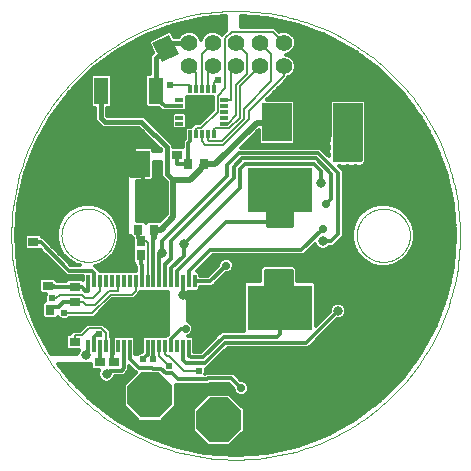
<source format=gbl>
G75*
%MOIN*%
%OFA0B0*%
%FSLAX25Y25*%
%IPPOS*%
%LPD*%
%AMOC8*
5,1,8,0,0,1.08239X$1,22.5*
%
%ADD10C,0.00000*%
%ADD11C,0.00039*%
%ADD12R,0.01240X0.04331*%
%ADD13R,0.18701X0.10827*%
%ADD14R,0.21654X0.15157*%
%ADD15R,0.02913X0.03642*%
%ADD16R,0.03543X0.02756*%
%ADD17R,0.03642X0.02913*%
%ADD18R,0.09843X0.12795*%
%ADD19R,0.02756X0.03543*%
%ADD20R,0.03937X0.03937*%
%ADD21R,0.02559X0.01181*%
%ADD22R,0.01181X0.02559*%
%ADD23R,0.06299X0.07087*%
%ADD24OC8,0.15000*%
%ADD25R,0.04000X0.04000*%
%ADD26R,0.04800X0.08800*%
%ADD27R,0.14173X0.08661*%
%ADD28C,0.05543*%
%ADD29C,0.00600*%
%ADD30C,0.01200*%
%ADD31C,0.01181*%
%ADD32C,0.03150*%
%ADD33C,0.02400*%
%ADD34C,0.02775*%
%ADD35C,0.01575*%
%ADD36C,0.01969*%
%ADD37C,0.01600*%
D10*
X0031167Y0092072D02*
X0031170Y0092289D01*
X0031178Y0092507D01*
X0031191Y0092724D01*
X0031210Y0092940D01*
X0031234Y0093156D01*
X0031263Y0093372D01*
X0031297Y0093586D01*
X0031337Y0093800D01*
X0031382Y0094013D01*
X0031432Y0094224D01*
X0031488Y0094435D01*
X0031548Y0094643D01*
X0031614Y0094851D01*
X0031685Y0095056D01*
X0031761Y0095260D01*
X0031841Y0095462D01*
X0031927Y0095662D01*
X0032017Y0095859D01*
X0032113Y0096055D01*
X0032213Y0096248D01*
X0032318Y0096438D01*
X0032427Y0096626D01*
X0032541Y0096811D01*
X0032660Y0096993D01*
X0032783Y0097173D01*
X0032910Y0097349D01*
X0033042Y0097522D01*
X0033178Y0097691D01*
X0033318Y0097858D01*
X0033462Y0098021D01*
X0033610Y0098180D01*
X0033761Y0098336D01*
X0033917Y0098487D01*
X0034076Y0098635D01*
X0034239Y0098779D01*
X0034406Y0098919D01*
X0034575Y0099055D01*
X0034748Y0099187D01*
X0034924Y0099314D01*
X0035104Y0099437D01*
X0035286Y0099556D01*
X0035471Y0099670D01*
X0035659Y0099779D01*
X0035849Y0099884D01*
X0036042Y0099984D01*
X0036238Y0100080D01*
X0036435Y0100170D01*
X0036635Y0100256D01*
X0036837Y0100336D01*
X0037041Y0100412D01*
X0037246Y0100483D01*
X0037454Y0100549D01*
X0037662Y0100609D01*
X0037873Y0100665D01*
X0038084Y0100715D01*
X0038297Y0100760D01*
X0038511Y0100800D01*
X0038725Y0100834D01*
X0038941Y0100863D01*
X0039157Y0100887D01*
X0039373Y0100906D01*
X0039590Y0100919D01*
X0039808Y0100927D01*
X0040025Y0100930D01*
X0040242Y0100927D01*
X0040460Y0100919D01*
X0040677Y0100906D01*
X0040893Y0100887D01*
X0041109Y0100863D01*
X0041325Y0100834D01*
X0041539Y0100800D01*
X0041753Y0100760D01*
X0041966Y0100715D01*
X0042177Y0100665D01*
X0042388Y0100609D01*
X0042596Y0100549D01*
X0042804Y0100483D01*
X0043009Y0100412D01*
X0043213Y0100336D01*
X0043415Y0100256D01*
X0043615Y0100170D01*
X0043812Y0100080D01*
X0044008Y0099984D01*
X0044201Y0099884D01*
X0044391Y0099779D01*
X0044579Y0099670D01*
X0044764Y0099556D01*
X0044946Y0099437D01*
X0045126Y0099314D01*
X0045302Y0099187D01*
X0045475Y0099055D01*
X0045644Y0098919D01*
X0045811Y0098779D01*
X0045974Y0098635D01*
X0046133Y0098487D01*
X0046289Y0098336D01*
X0046440Y0098180D01*
X0046588Y0098021D01*
X0046732Y0097858D01*
X0046872Y0097691D01*
X0047008Y0097522D01*
X0047140Y0097349D01*
X0047267Y0097173D01*
X0047390Y0096993D01*
X0047509Y0096811D01*
X0047623Y0096626D01*
X0047732Y0096438D01*
X0047837Y0096248D01*
X0047937Y0096055D01*
X0048033Y0095859D01*
X0048123Y0095662D01*
X0048209Y0095462D01*
X0048289Y0095260D01*
X0048365Y0095056D01*
X0048436Y0094851D01*
X0048502Y0094643D01*
X0048562Y0094435D01*
X0048618Y0094224D01*
X0048668Y0094013D01*
X0048713Y0093800D01*
X0048753Y0093586D01*
X0048787Y0093372D01*
X0048816Y0093156D01*
X0048840Y0092940D01*
X0048859Y0092724D01*
X0048872Y0092507D01*
X0048880Y0092289D01*
X0048883Y0092072D01*
X0048880Y0091855D01*
X0048872Y0091637D01*
X0048859Y0091420D01*
X0048840Y0091204D01*
X0048816Y0090988D01*
X0048787Y0090772D01*
X0048753Y0090558D01*
X0048713Y0090344D01*
X0048668Y0090131D01*
X0048618Y0089920D01*
X0048562Y0089709D01*
X0048502Y0089501D01*
X0048436Y0089293D01*
X0048365Y0089088D01*
X0048289Y0088884D01*
X0048209Y0088682D01*
X0048123Y0088482D01*
X0048033Y0088285D01*
X0047937Y0088089D01*
X0047837Y0087896D01*
X0047732Y0087706D01*
X0047623Y0087518D01*
X0047509Y0087333D01*
X0047390Y0087151D01*
X0047267Y0086971D01*
X0047140Y0086795D01*
X0047008Y0086622D01*
X0046872Y0086453D01*
X0046732Y0086286D01*
X0046588Y0086123D01*
X0046440Y0085964D01*
X0046289Y0085808D01*
X0046133Y0085657D01*
X0045974Y0085509D01*
X0045811Y0085365D01*
X0045644Y0085225D01*
X0045475Y0085089D01*
X0045302Y0084957D01*
X0045126Y0084830D01*
X0044946Y0084707D01*
X0044764Y0084588D01*
X0044579Y0084474D01*
X0044391Y0084365D01*
X0044201Y0084260D01*
X0044008Y0084160D01*
X0043812Y0084064D01*
X0043615Y0083974D01*
X0043415Y0083888D01*
X0043213Y0083808D01*
X0043009Y0083732D01*
X0042804Y0083661D01*
X0042596Y0083595D01*
X0042388Y0083535D01*
X0042177Y0083479D01*
X0041966Y0083429D01*
X0041753Y0083384D01*
X0041539Y0083344D01*
X0041325Y0083310D01*
X0041109Y0083281D01*
X0040893Y0083257D01*
X0040677Y0083238D01*
X0040460Y0083225D01*
X0040242Y0083217D01*
X0040025Y0083214D01*
X0039808Y0083217D01*
X0039590Y0083225D01*
X0039373Y0083238D01*
X0039157Y0083257D01*
X0038941Y0083281D01*
X0038725Y0083310D01*
X0038511Y0083344D01*
X0038297Y0083384D01*
X0038084Y0083429D01*
X0037873Y0083479D01*
X0037662Y0083535D01*
X0037454Y0083595D01*
X0037246Y0083661D01*
X0037041Y0083732D01*
X0036837Y0083808D01*
X0036635Y0083888D01*
X0036435Y0083974D01*
X0036238Y0084064D01*
X0036042Y0084160D01*
X0035849Y0084260D01*
X0035659Y0084365D01*
X0035471Y0084474D01*
X0035286Y0084588D01*
X0035104Y0084707D01*
X0034924Y0084830D01*
X0034748Y0084957D01*
X0034575Y0085089D01*
X0034406Y0085225D01*
X0034239Y0085365D01*
X0034076Y0085509D01*
X0033917Y0085657D01*
X0033761Y0085808D01*
X0033610Y0085964D01*
X0033462Y0086123D01*
X0033318Y0086286D01*
X0033178Y0086453D01*
X0033042Y0086622D01*
X0032910Y0086795D01*
X0032783Y0086971D01*
X0032660Y0087151D01*
X0032541Y0087333D01*
X0032427Y0087518D01*
X0032318Y0087706D01*
X0032213Y0087896D01*
X0032113Y0088089D01*
X0032017Y0088285D01*
X0031927Y0088482D01*
X0031841Y0088682D01*
X0031761Y0088884D01*
X0031685Y0089088D01*
X0031614Y0089293D01*
X0031548Y0089501D01*
X0031488Y0089709D01*
X0031432Y0089920D01*
X0031382Y0090131D01*
X0031337Y0090344D01*
X0031297Y0090558D01*
X0031263Y0090772D01*
X0031234Y0090988D01*
X0031210Y0091204D01*
X0031191Y0091420D01*
X0031178Y0091637D01*
X0031170Y0091855D01*
X0031167Y0092072D01*
X0129592Y0092072D02*
X0129595Y0092289D01*
X0129603Y0092507D01*
X0129616Y0092724D01*
X0129635Y0092940D01*
X0129659Y0093156D01*
X0129688Y0093372D01*
X0129722Y0093586D01*
X0129762Y0093800D01*
X0129807Y0094013D01*
X0129857Y0094224D01*
X0129913Y0094435D01*
X0129973Y0094643D01*
X0130039Y0094851D01*
X0130110Y0095056D01*
X0130186Y0095260D01*
X0130266Y0095462D01*
X0130352Y0095662D01*
X0130442Y0095859D01*
X0130538Y0096055D01*
X0130638Y0096248D01*
X0130743Y0096438D01*
X0130852Y0096626D01*
X0130966Y0096811D01*
X0131085Y0096993D01*
X0131208Y0097173D01*
X0131335Y0097349D01*
X0131467Y0097522D01*
X0131603Y0097691D01*
X0131743Y0097858D01*
X0131887Y0098021D01*
X0132035Y0098180D01*
X0132186Y0098336D01*
X0132342Y0098487D01*
X0132501Y0098635D01*
X0132664Y0098779D01*
X0132831Y0098919D01*
X0133000Y0099055D01*
X0133173Y0099187D01*
X0133349Y0099314D01*
X0133529Y0099437D01*
X0133711Y0099556D01*
X0133896Y0099670D01*
X0134084Y0099779D01*
X0134274Y0099884D01*
X0134467Y0099984D01*
X0134663Y0100080D01*
X0134860Y0100170D01*
X0135060Y0100256D01*
X0135262Y0100336D01*
X0135466Y0100412D01*
X0135671Y0100483D01*
X0135879Y0100549D01*
X0136087Y0100609D01*
X0136298Y0100665D01*
X0136509Y0100715D01*
X0136722Y0100760D01*
X0136936Y0100800D01*
X0137150Y0100834D01*
X0137366Y0100863D01*
X0137582Y0100887D01*
X0137798Y0100906D01*
X0138015Y0100919D01*
X0138233Y0100927D01*
X0138450Y0100930D01*
X0138667Y0100927D01*
X0138885Y0100919D01*
X0139102Y0100906D01*
X0139318Y0100887D01*
X0139534Y0100863D01*
X0139750Y0100834D01*
X0139964Y0100800D01*
X0140178Y0100760D01*
X0140391Y0100715D01*
X0140602Y0100665D01*
X0140813Y0100609D01*
X0141021Y0100549D01*
X0141229Y0100483D01*
X0141434Y0100412D01*
X0141638Y0100336D01*
X0141840Y0100256D01*
X0142040Y0100170D01*
X0142237Y0100080D01*
X0142433Y0099984D01*
X0142626Y0099884D01*
X0142816Y0099779D01*
X0143004Y0099670D01*
X0143189Y0099556D01*
X0143371Y0099437D01*
X0143551Y0099314D01*
X0143727Y0099187D01*
X0143900Y0099055D01*
X0144069Y0098919D01*
X0144236Y0098779D01*
X0144399Y0098635D01*
X0144558Y0098487D01*
X0144714Y0098336D01*
X0144865Y0098180D01*
X0145013Y0098021D01*
X0145157Y0097858D01*
X0145297Y0097691D01*
X0145433Y0097522D01*
X0145565Y0097349D01*
X0145692Y0097173D01*
X0145815Y0096993D01*
X0145934Y0096811D01*
X0146048Y0096626D01*
X0146157Y0096438D01*
X0146262Y0096248D01*
X0146362Y0096055D01*
X0146458Y0095859D01*
X0146548Y0095662D01*
X0146634Y0095462D01*
X0146714Y0095260D01*
X0146790Y0095056D01*
X0146861Y0094851D01*
X0146927Y0094643D01*
X0146987Y0094435D01*
X0147043Y0094224D01*
X0147093Y0094013D01*
X0147138Y0093800D01*
X0147178Y0093586D01*
X0147212Y0093372D01*
X0147241Y0093156D01*
X0147265Y0092940D01*
X0147284Y0092724D01*
X0147297Y0092507D01*
X0147305Y0092289D01*
X0147308Y0092072D01*
X0147305Y0091855D01*
X0147297Y0091637D01*
X0147284Y0091420D01*
X0147265Y0091204D01*
X0147241Y0090988D01*
X0147212Y0090772D01*
X0147178Y0090558D01*
X0147138Y0090344D01*
X0147093Y0090131D01*
X0147043Y0089920D01*
X0146987Y0089709D01*
X0146927Y0089501D01*
X0146861Y0089293D01*
X0146790Y0089088D01*
X0146714Y0088884D01*
X0146634Y0088682D01*
X0146548Y0088482D01*
X0146458Y0088285D01*
X0146362Y0088089D01*
X0146262Y0087896D01*
X0146157Y0087706D01*
X0146048Y0087518D01*
X0145934Y0087333D01*
X0145815Y0087151D01*
X0145692Y0086971D01*
X0145565Y0086795D01*
X0145433Y0086622D01*
X0145297Y0086453D01*
X0145157Y0086286D01*
X0145013Y0086123D01*
X0144865Y0085964D01*
X0144714Y0085808D01*
X0144558Y0085657D01*
X0144399Y0085509D01*
X0144236Y0085365D01*
X0144069Y0085225D01*
X0143900Y0085089D01*
X0143727Y0084957D01*
X0143551Y0084830D01*
X0143371Y0084707D01*
X0143189Y0084588D01*
X0143004Y0084474D01*
X0142816Y0084365D01*
X0142626Y0084260D01*
X0142433Y0084160D01*
X0142237Y0084064D01*
X0142040Y0083974D01*
X0141840Y0083888D01*
X0141638Y0083808D01*
X0141434Y0083732D01*
X0141229Y0083661D01*
X0141021Y0083595D01*
X0140813Y0083535D01*
X0140602Y0083479D01*
X0140391Y0083429D01*
X0140178Y0083384D01*
X0139964Y0083344D01*
X0139750Y0083310D01*
X0139534Y0083281D01*
X0139318Y0083257D01*
X0139102Y0083238D01*
X0138885Y0083225D01*
X0138667Y0083217D01*
X0138450Y0083214D01*
X0138233Y0083217D01*
X0138015Y0083225D01*
X0137798Y0083238D01*
X0137582Y0083257D01*
X0137366Y0083281D01*
X0137150Y0083310D01*
X0136936Y0083344D01*
X0136722Y0083384D01*
X0136509Y0083429D01*
X0136298Y0083479D01*
X0136087Y0083535D01*
X0135879Y0083595D01*
X0135671Y0083661D01*
X0135466Y0083732D01*
X0135262Y0083808D01*
X0135060Y0083888D01*
X0134860Y0083974D01*
X0134663Y0084064D01*
X0134467Y0084160D01*
X0134274Y0084260D01*
X0134084Y0084365D01*
X0133896Y0084474D01*
X0133711Y0084588D01*
X0133529Y0084707D01*
X0133349Y0084830D01*
X0133173Y0084957D01*
X0133000Y0085089D01*
X0132831Y0085225D01*
X0132664Y0085365D01*
X0132501Y0085509D01*
X0132342Y0085657D01*
X0132186Y0085808D01*
X0132035Y0085964D01*
X0131887Y0086123D01*
X0131743Y0086286D01*
X0131603Y0086453D01*
X0131467Y0086622D01*
X0131335Y0086795D01*
X0131208Y0086971D01*
X0131085Y0087151D01*
X0130966Y0087333D01*
X0130852Y0087518D01*
X0130743Y0087706D01*
X0130638Y0087896D01*
X0130538Y0088089D01*
X0130442Y0088285D01*
X0130352Y0088482D01*
X0130266Y0088682D01*
X0130186Y0088884D01*
X0130110Y0089088D01*
X0130039Y0089293D01*
X0129973Y0089501D01*
X0129913Y0089709D01*
X0129857Y0089920D01*
X0129807Y0090131D01*
X0129762Y0090344D01*
X0129722Y0090558D01*
X0129688Y0090772D01*
X0129659Y0090988D01*
X0129635Y0091204D01*
X0129616Y0091420D01*
X0129603Y0091637D01*
X0129595Y0091855D01*
X0129592Y0092072D01*
D11*
X0014435Y0092072D02*
X0014458Y0093908D01*
X0014525Y0095742D01*
X0014638Y0097575D01*
X0014795Y0099404D01*
X0014998Y0101229D01*
X0015245Y0103048D01*
X0015536Y0104860D01*
X0015872Y0106665D01*
X0016253Y0108461D01*
X0016677Y0110248D01*
X0017145Y0112023D01*
X0017656Y0113786D01*
X0018210Y0115536D01*
X0018808Y0117272D01*
X0019447Y0118993D01*
X0020129Y0120698D01*
X0020852Y0122385D01*
X0021617Y0124054D01*
X0022422Y0125704D01*
X0023268Y0127334D01*
X0024153Y0128942D01*
X0025077Y0130528D01*
X0026040Y0132091D01*
X0027042Y0133630D01*
X0028080Y0135144D01*
X0029156Y0136632D01*
X0030267Y0138093D01*
X0031414Y0139527D01*
X0032597Y0140931D01*
X0033813Y0142307D01*
X0035062Y0143652D01*
X0036344Y0144966D01*
X0037658Y0146248D01*
X0039003Y0147497D01*
X0040379Y0148713D01*
X0041783Y0149896D01*
X0043217Y0151043D01*
X0044678Y0152154D01*
X0046166Y0153230D01*
X0047680Y0154268D01*
X0049219Y0155270D01*
X0050782Y0156233D01*
X0052368Y0157157D01*
X0053976Y0158042D01*
X0055606Y0158888D01*
X0057256Y0159693D01*
X0058925Y0160458D01*
X0060612Y0161181D01*
X0062317Y0161863D01*
X0064038Y0162502D01*
X0065774Y0163100D01*
X0067524Y0163654D01*
X0069287Y0164165D01*
X0071062Y0164633D01*
X0072849Y0165057D01*
X0074645Y0165438D01*
X0076450Y0165774D01*
X0078262Y0166065D01*
X0080081Y0166312D01*
X0081906Y0166515D01*
X0083735Y0166672D01*
X0085568Y0166785D01*
X0087402Y0166852D01*
X0089238Y0166875D01*
X0091074Y0166852D01*
X0092908Y0166785D01*
X0094741Y0166672D01*
X0096570Y0166515D01*
X0098395Y0166312D01*
X0100214Y0166065D01*
X0102026Y0165774D01*
X0103831Y0165438D01*
X0105627Y0165057D01*
X0107414Y0164633D01*
X0109189Y0164165D01*
X0110952Y0163654D01*
X0112702Y0163100D01*
X0114438Y0162502D01*
X0116159Y0161863D01*
X0117864Y0161181D01*
X0119551Y0160458D01*
X0121220Y0159693D01*
X0122870Y0158888D01*
X0124500Y0158042D01*
X0126108Y0157157D01*
X0127694Y0156233D01*
X0129257Y0155270D01*
X0130796Y0154268D01*
X0132310Y0153230D01*
X0133798Y0152154D01*
X0135259Y0151043D01*
X0136693Y0149896D01*
X0138097Y0148713D01*
X0139473Y0147497D01*
X0140818Y0146248D01*
X0142132Y0144966D01*
X0143414Y0143652D01*
X0144663Y0142307D01*
X0145879Y0140931D01*
X0147062Y0139527D01*
X0148209Y0138093D01*
X0149320Y0136632D01*
X0150396Y0135144D01*
X0151434Y0133630D01*
X0152436Y0132091D01*
X0153399Y0130528D01*
X0154323Y0128942D01*
X0155208Y0127334D01*
X0156054Y0125704D01*
X0156859Y0124054D01*
X0157624Y0122385D01*
X0158347Y0120698D01*
X0159029Y0118993D01*
X0159668Y0117272D01*
X0160266Y0115536D01*
X0160820Y0113786D01*
X0161331Y0112023D01*
X0161799Y0110248D01*
X0162223Y0108461D01*
X0162604Y0106665D01*
X0162940Y0104860D01*
X0163231Y0103048D01*
X0163478Y0101229D01*
X0163681Y0099404D01*
X0163838Y0097575D01*
X0163951Y0095742D01*
X0164018Y0093908D01*
X0164041Y0092072D01*
X0164018Y0090236D01*
X0163951Y0088402D01*
X0163838Y0086569D01*
X0163681Y0084740D01*
X0163478Y0082915D01*
X0163231Y0081096D01*
X0162940Y0079284D01*
X0162604Y0077479D01*
X0162223Y0075683D01*
X0161799Y0073896D01*
X0161331Y0072121D01*
X0160820Y0070358D01*
X0160266Y0068608D01*
X0159668Y0066872D01*
X0159029Y0065151D01*
X0158347Y0063446D01*
X0157624Y0061759D01*
X0156859Y0060090D01*
X0156054Y0058440D01*
X0155208Y0056810D01*
X0154323Y0055202D01*
X0153399Y0053616D01*
X0152436Y0052053D01*
X0151434Y0050514D01*
X0150396Y0049000D01*
X0149320Y0047512D01*
X0148209Y0046051D01*
X0147062Y0044617D01*
X0145879Y0043213D01*
X0144663Y0041837D01*
X0143414Y0040492D01*
X0142132Y0039178D01*
X0140818Y0037896D01*
X0139473Y0036647D01*
X0138097Y0035431D01*
X0136693Y0034248D01*
X0135259Y0033101D01*
X0133798Y0031990D01*
X0132310Y0030914D01*
X0130796Y0029876D01*
X0129257Y0028874D01*
X0127694Y0027911D01*
X0126108Y0026987D01*
X0124500Y0026102D01*
X0122870Y0025256D01*
X0121220Y0024451D01*
X0119551Y0023686D01*
X0117864Y0022963D01*
X0116159Y0022281D01*
X0114438Y0021642D01*
X0112702Y0021044D01*
X0110952Y0020490D01*
X0109189Y0019979D01*
X0107414Y0019511D01*
X0105627Y0019087D01*
X0103831Y0018706D01*
X0102026Y0018370D01*
X0100214Y0018079D01*
X0098395Y0017832D01*
X0096570Y0017629D01*
X0094741Y0017472D01*
X0092908Y0017359D01*
X0091074Y0017292D01*
X0089238Y0017269D01*
X0087402Y0017292D01*
X0085568Y0017359D01*
X0083735Y0017472D01*
X0081906Y0017629D01*
X0080081Y0017832D01*
X0078262Y0018079D01*
X0076450Y0018370D01*
X0074645Y0018706D01*
X0072849Y0019087D01*
X0071062Y0019511D01*
X0069287Y0019979D01*
X0067524Y0020490D01*
X0065774Y0021044D01*
X0064038Y0021642D01*
X0062317Y0022281D01*
X0060612Y0022963D01*
X0058925Y0023686D01*
X0057256Y0024451D01*
X0055606Y0025256D01*
X0053976Y0026102D01*
X0052368Y0026987D01*
X0050782Y0027911D01*
X0049219Y0028874D01*
X0047680Y0029876D01*
X0046166Y0030914D01*
X0044678Y0031990D01*
X0043217Y0033101D01*
X0041783Y0034248D01*
X0040379Y0035431D01*
X0039003Y0036647D01*
X0037658Y0037896D01*
X0036344Y0039178D01*
X0035062Y0040492D01*
X0033813Y0041837D01*
X0032597Y0043213D01*
X0031414Y0044617D01*
X0030267Y0046051D01*
X0029156Y0047512D01*
X0028080Y0049000D01*
X0027042Y0050514D01*
X0026040Y0052053D01*
X0025077Y0053616D01*
X0024153Y0055202D01*
X0023268Y0056810D01*
X0022422Y0058440D01*
X0021617Y0060090D01*
X0020852Y0061759D01*
X0020129Y0063446D01*
X0019447Y0065151D01*
X0018808Y0066872D01*
X0018210Y0068608D01*
X0017656Y0070358D01*
X0017145Y0072121D01*
X0016677Y0073896D01*
X0016253Y0075683D01*
X0015872Y0077479D01*
X0015536Y0079284D01*
X0015245Y0081096D01*
X0014998Y0082915D01*
X0014795Y0084740D01*
X0014638Y0086569D01*
X0014525Y0088402D01*
X0014458Y0090236D01*
X0014435Y0092072D01*
D12*
X0040163Y0076679D03*
X0042131Y0076679D03*
X0044100Y0076679D03*
X0046069Y0076679D03*
X0048037Y0076679D03*
X0050006Y0076679D03*
X0051974Y0076679D03*
X0053943Y0076679D03*
X0055911Y0076679D03*
X0057880Y0076679D03*
X0059848Y0076679D03*
X0061817Y0076679D03*
X0063785Y0076679D03*
X0065754Y0076679D03*
X0067722Y0076679D03*
X0069691Y0076679D03*
X0071659Y0076679D03*
X0073628Y0076679D03*
X0075596Y0076679D03*
X0075596Y0055025D03*
X0073628Y0055025D03*
X0071659Y0055025D03*
X0069691Y0055025D03*
X0067722Y0055025D03*
X0065754Y0055025D03*
X0063785Y0055025D03*
X0061817Y0055025D03*
X0059848Y0055025D03*
X0057880Y0055025D03*
X0055911Y0055025D03*
X0053943Y0055025D03*
X0051974Y0055025D03*
X0050006Y0055025D03*
X0048037Y0055025D03*
X0046069Y0055025D03*
X0044100Y0055025D03*
X0042131Y0055025D03*
X0040163Y0055025D03*
D13*
X0057880Y0065852D03*
D14*
X0103883Y0067998D03*
X0103883Y0107171D03*
D15*
X0057545Y0090084D03*
X0057545Y0085360D03*
X0027466Y0067131D03*
X0027466Y0062407D03*
D16*
X0035655Y0061620D03*
X0035655Y0056502D03*
X0035655Y0069848D03*
X0035655Y0074966D03*
X0026639Y0075163D03*
X0026639Y0080281D03*
X0021817Y0089868D03*
X0021817Y0094986D03*
X0069631Y0118805D03*
X0069631Y0123923D03*
D17*
X0048608Y0049691D03*
X0043883Y0049691D03*
D18*
X0103041Y0129714D03*
X0126663Y0129714D03*
D19*
X0078569Y0115694D03*
X0073450Y0115694D03*
X0061895Y0093982D03*
X0056777Y0093982D03*
D20*
X0077919Y0133194D03*
D21*
X0085399Y0133194D03*
X0085399Y0131226D03*
X0085399Y0129257D03*
X0085399Y0135163D03*
X0085399Y0137131D03*
X0070439Y0137131D03*
X0070439Y0135163D03*
X0070439Y0133194D03*
X0070439Y0131226D03*
X0070439Y0129257D03*
D22*
X0073982Y0125714D03*
X0075950Y0125714D03*
X0077919Y0125714D03*
X0079887Y0125714D03*
X0081856Y0125714D03*
X0081856Y0140675D03*
X0079887Y0140675D03*
X0077919Y0140675D03*
X0075950Y0140675D03*
X0073982Y0140675D03*
D23*
G36*
X0061494Y0156153D02*
X0067154Y0158914D01*
X0070260Y0152547D01*
X0064600Y0149786D01*
X0061494Y0156153D01*
G37*
G36*
X0051586Y0151321D02*
X0057246Y0154082D01*
X0060352Y0147715D01*
X0054692Y0144954D01*
X0051586Y0151321D01*
G37*
D24*
X0060728Y0038675D03*
X0083548Y0030569D03*
D25*
X0056128Y0113218D03*
X0058628Y0118218D03*
X0053628Y0118218D03*
D26*
X0053569Y0140178D03*
X0062669Y0140178D03*
X0044469Y0140178D03*
D27*
X0053569Y0115777D03*
D28*
X0073726Y0148372D03*
X0073726Y0156246D03*
X0081600Y0156246D03*
X0081600Y0148372D03*
X0089474Y0148372D03*
X0089474Y0156246D03*
X0097348Y0156246D03*
X0105222Y0156246D03*
X0105222Y0148372D03*
X0097348Y0148372D03*
D29*
X0090649Y0141673D01*
X0090649Y0131333D01*
X0087073Y0127757D01*
X0082987Y0127757D01*
X0082850Y0127894D01*
X0082188Y0127894D01*
X0081856Y0127562D01*
X0081856Y0125714D01*
X0079887Y0125714D02*
X0079887Y0123984D01*
X0080337Y0123535D01*
X0084547Y0123535D01*
X0091849Y0130836D01*
X0091849Y0134248D01*
X0101039Y0143438D01*
X0101039Y0152555D01*
X0097348Y0156246D01*
X0093163Y0152557D02*
X0093163Y0145884D01*
X0089449Y0142170D01*
X0089449Y0132123D01*
X0086584Y0129257D01*
X0085399Y0129257D01*
X0083220Y0133282D02*
X0083220Y0138495D01*
X0085781Y0141056D01*
X0085781Y0157757D01*
X0087941Y0159917D01*
X0101550Y0159917D01*
X0105222Y0156246D01*
X0105222Y0148372D02*
X0105222Y0145076D01*
X0093649Y0133503D01*
X0093649Y0130936D01*
X0085048Y0122335D01*
X0079119Y0122335D01*
X0077919Y0123535D01*
X0077919Y0125714D01*
X0075950Y0125714D02*
X0075950Y0127562D01*
X0076282Y0127894D01*
X0077831Y0127894D01*
X0083220Y0133282D01*
X0085399Y0137131D02*
X0087579Y0137131D01*
X0087579Y0146476D01*
X0089474Y0148372D01*
X0093163Y0152557D02*
X0089474Y0156246D01*
X0081600Y0156246D02*
X0077919Y0152565D01*
X0077919Y0140675D01*
X0079887Y0140675D02*
X0079887Y0142854D01*
X0079887Y0146659D01*
X0081600Y0148372D01*
X0082793Y0143792D02*
X0081856Y0142854D01*
X0081856Y0140675D01*
X0082793Y0143792D02*
X0083448Y0143792D01*
X0075950Y0146147D02*
X0075950Y0140675D01*
X0073982Y0140675D02*
X0073982Y0142016D01*
X0066618Y0142016D01*
X0067325Y0142018D01*
X0073726Y0148372D02*
X0075950Y0146147D01*
X0075050Y0133194D02*
X0072618Y0133194D01*
X0070439Y0133194D01*
X0075050Y0133194D02*
X0077919Y0133194D01*
X0073450Y0115734D02*
X0073450Y0115694D01*
X0053569Y0115777D02*
X0051436Y0113894D01*
X0051436Y0113966D01*
X0052886Y0113966D01*
X0053628Y0118218D01*
X0036438Y0108579D02*
X0036202Y0108691D01*
X0056777Y0091310D02*
X0057545Y0090542D01*
X0057545Y0090084D01*
X0059452Y0090084D01*
X0059902Y0089635D01*
X0059902Y0081924D01*
X0059848Y0081870D01*
X0059848Y0076679D01*
X0055911Y0076679D02*
X0055911Y0073613D01*
X0054587Y0072289D01*
X0047542Y0072289D01*
X0041368Y0066115D01*
X0032079Y0066115D01*
X0035655Y0069848D02*
X0038327Y0069848D01*
X0039239Y0068936D01*
X0042492Y0068936D01*
X0047169Y0073613D01*
X0050006Y0073613D01*
X0050006Y0075146D01*
X0050006Y0076679D01*
X0044100Y0076679D02*
X0044100Y0073613D01*
X0041551Y0071064D01*
X0039144Y0071064D01*
X0037978Y0072230D01*
X0030655Y0072230D01*
X0029474Y0071049D01*
X0027917Y0071064D01*
X0035655Y0058780D02*
X0035655Y0056502D01*
X0035655Y0058780D02*
X0037933Y0058780D01*
X0040297Y0061143D01*
X0044485Y0061143D01*
X0046069Y0059560D01*
X0046069Y0058091D01*
X0046069Y0055025D01*
X0048037Y0050492D02*
X0048608Y0049921D01*
X0048608Y0049691D01*
X0044100Y0050374D02*
X0043883Y0050158D01*
X0043883Y0049691D01*
X0043623Y0059035D02*
X0043076Y0059035D01*
X0055911Y0056558D02*
X0055911Y0055025D01*
X0057880Y0055025D02*
X0057880Y0056558D01*
X0063785Y0055025D02*
X0063785Y0051960D01*
X0067082Y0048662D01*
X0067169Y0048662D01*
X0067078Y0051960D02*
X0066425Y0051960D01*
X0065754Y0052631D01*
X0065754Y0055025D01*
X0067078Y0051960D02*
X0072036Y0047001D01*
X0076894Y0047001D01*
X0061818Y0050833D02*
X0061817Y0050834D01*
X0122814Y0127978D02*
X0122731Y0128533D01*
X0126663Y0129714D01*
D30*
X0052028Y0039184D02*
X0038893Y0039184D01*
X0040091Y0037985D02*
X0052028Y0037985D01*
X0052028Y0036787D02*
X0041290Y0036787D01*
X0041313Y0036764D02*
X0033929Y0044147D01*
X0030060Y0049317D01*
X0040863Y0049317D01*
X0040863Y0047737D01*
X0041566Y0047034D01*
X0043771Y0047034D01*
X0043473Y0046313D01*
X0043473Y0045209D01*
X0043895Y0044189D01*
X0044676Y0043409D01*
X0045696Y0042986D01*
X0046800Y0042986D01*
X0047819Y0043409D01*
X0048600Y0044189D01*
X0049004Y0045164D01*
X0051948Y0045164D01*
X0052997Y0046213D01*
X0053765Y0046980D01*
X0053765Y0048492D01*
X0055268Y0046989D01*
X0055268Y0046989D01*
X0056003Y0046254D01*
X0052028Y0042278D01*
X0052028Y0035071D01*
X0057124Y0029975D01*
X0064331Y0029975D01*
X0069428Y0035071D01*
X0069428Y0042278D01*
X0069377Y0042329D01*
X0080531Y0042329D01*
X0080834Y0042633D01*
X0087040Y0042633D01*
X0088485Y0041187D01*
X0088485Y0040617D01*
X0088879Y0039666D01*
X0089607Y0038939D01*
X0090558Y0038545D01*
X0091587Y0038545D01*
X0092538Y0038939D01*
X0093266Y0039666D01*
X0093660Y0040617D01*
X0093660Y0041647D01*
X0093266Y0042598D01*
X0092538Y0043326D01*
X0091587Y0043719D01*
X0091017Y0043719D01*
X0089572Y0045165D01*
X0088523Y0046214D01*
X0079351Y0046214D01*
X0079047Y0045910D01*
X0079040Y0045910D01*
X0079294Y0046524D01*
X0079294Y0047478D01*
X0079226Y0047643D01*
X0079639Y0047643D01*
X0080688Y0048692D01*
X0086529Y0054533D01*
X0113543Y0054533D01*
X0114592Y0055582D01*
X0123105Y0064094D01*
X0123899Y0064094D01*
X0124919Y0064517D01*
X0125699Y0065297D01*
X0126122Y0066317D01*
X0126122Y0067421D01*
X0125699Y0068441D01*
X0124919Y0069221D01*
X0123899Y0069644D01*
X0122795Y0069644D01*
X0121775Y0069221D01*
X0120995Y0068441D01*
X0120572Y0067421D01*
X0120572Y0066626D01*
X0115910Y0061964D01*
X0115910Y0076073D01*
X0115207Y0076776D01*
X0109650Y0076776D01*
X0109650Y0080848D01*
X0108486Y0082013D01*
X0098572Y0082013D01*
X0097408Y0080848D01*
X0097408Y0076776D01*
X0092560Y0076776D01*
X0091857Y0076073D01*
X0091857Y0060122D01*
X0084515Y0060122D01*
X0083466Y0059073D01*
X0083466Y0059073D01*
X0077626Y0053233D01*
X0075448Y0053233D01*
X0075448Y0057688D01*
X0074745Y0058391D01*
X0073313Y0058391D01*
X0073978Y0058666D01*
X0074706Y0059394D01*
X0075100Y0060345D01*
X0075100Y0061374D01*
X0074706Y0062325D01*
X0073978Y0063053D01*
X0073175Y0063386D01*
X0073175Y0073313D01*
X0076713Y0073313D01*
X0077416Y0074016D01*
X0077416Y0074888D01*
X0081509Y0074888D01*
X0085988Y0079367D01*
X0086558Y0079367D01*
X0087509Y0079761D01*
X0088237Y0080489D01*
X0088631Y0081440D01*
X0088631Y0082469D01*
X0088237Y0083420D01*
X0087509Y0084148D01*
X0086558Y0084542D01*
X0085529Y0084542D01*
X0084578Y0084148D01*
X0083850Y0083420D01*
X0083456Y0082469D01*
X0083456Y0081899D01*
X0080026Y0078469D01*
X0077416Y0078469D01*
X0077416Y0079341D01*
X0076713Y0080044D01*
X0076179Y0080044D01*
X0081541Y0085406D01*
X0111872Y0085406D01*
X0111931Y0085465D01*
X0112921Y0086455D01*
X0115664Y0089198D01*
X0115950Y0088508D01*
X0116731Y0087727D01*
X0117751Y0087305D01*
X0118855Y0087305D01*
X0119875Y0087727D01*
X0120436Y0088289D01*
X0121766Y0088289D01*
X0122815Y0089338D01*
X0124754Y0091277D01*
X0125278Y0091797D01*
X0125278Y0091801D01*
X0125280Y0091803D01*
X0125280Y0092542D01*
X0125281Y0092872D01*
X0125284Y0092875D01*
X0125284Y0093614D01*
X0125287Y0094352D01*
X0125284Y0094355D01*
X0125284Y0113463D01*
X0123572Y0115175D01*
X0123845Y0115288D01*
X0124667Y0114948D01*
X0125621Y0114948D01*
X0126443Y0115288D01*
X0127265Y0114948D01*
X0128220Y0114948D01*
X0129042Y0115288D01*
X0129863Y0114948D01*
X0130818Y0114948D01*
X0131700Y0115313D01*
X0132375Y0115989D01*
X0132454Y0116179D01*
X0132800Y0116525D01*
X0132800Y0125022D01*
X0132784Y0125037D01*
X0132784Y0136608D01*
X0132081Y0137311D01*
X0121245Y0137311D01*
X0120542Y0136608D01*
X0120542Y0125242D01*
X0120321Y0125022D01*
X0120321Y0123446D01*
X0120146Y0123022D01*
X0120146Y0122067D01*
X0120321Y0121643D01*
X0120321Y0120848D01*
X0120146Y0120424D01*
X0120146Y0119469D01*
X0120321Y0119045D01*
X0120321Y0118426D01*
X0118481Y0120266D01*
X0117432Y0121315D01*
X0091097Y0121315D01*
X0096920Y0127138D01*
X0096920Y0122819D01*
X0097623Y0122116D01*
X0108459Y0122116D01*
X0109162Y0122819D01*
X0109162Y0136608D01*
X0108459Y0137311D01*
X0099579Y0137311D01*
X0105843Y0143576D01*
X0106722Y0144454D01*
X0106722Y0144694D01*
X0107472Y0145005D01*
X0108589Y0146122D01*
X0109194Y0147582D01*
X0109194Y0149162D01*
X0108589Y0150621D01*
X0107472Y0151739D01*
X0106096Y0152309D01*
X0107472Y0152879D01*
X0108589Y0153996D01*
X0109194Y0155456D01*
X0109194Y0157036D01*
X0108589Y0158495D01*
X0107472Y0159613D01*
X0106012Y0160217D01*
X0104432Y0160217D01*
X0103682Y0159907D01*
X0102172Y0161417D01*
X0090891Y0161417D01*
X0090891Y0165138D01*
X0099653Y0164511D01*
X0109856Y0162291D01*
X0119639Y0158642D01*
X0128804Y0153638D01*
X0137163Y0147381D01*
X0144546Y0139997D01*
X0150804Y0131638D01*
X0155808Y0122474D01*
X0159457Y0112691D01*
X0161676Y0102488D01*
X0162421Y0092072D01*
X0161676Y0081657D01*
X0159457Y0071454D01*
X0155808Y0061671D01*
X0150804Y0052506D01*
X0144546Y0044147D01*
X0137163Y0036764D01*
X0128804Y0030507D01*
X0119639Y0025502D01*
X0109856Y0021853D01*
X0099653Y0019634D01*
X0089238Y0018889D01*
X0078823Y0019634D01*
X0068620Y0021853D01*
X0058836Y0025502D01*
X0049672Y0030507D01*
X0041313Y0036764D01*
X0042883Y0035588D02*
X0052028Y0035588D01*
X0052709Y0034390D02*
X0044484Y0034390D01*
X0046085Y0033191D02*
X0053907Y0033191D01*
X0055106Y0031993D02*
X0047686Y0031993D01*
X0049287Y0030794D02*
X0056304Y0030794D01*
X0055729Y0027199D02*
X0074848Y0027199D01*
X0074848Y0026965D02*
X0079944Y0021869D01*
X0087152Y0021869D01*
X0092248Y0026965D01*
X0092248Y0034172D01*
X0087152Y0039269D01*
X0079944Y0039269D01*
X0074848Y0034172D01*
X0074848Y0026965D01*
X0075813Y0026000D02*
X0057924Y0026000D01*
X0060715Y0024802D02*
X0077011Y0024802D01*
X0078210Y0023603D02*
X0063928Y0023603D01*
X0067141Y0022405D02*
X0079408Y0022405D01*
X0077104Y0020008D02*
X0101372Y0020008D01*
X0106881Y0021206D02*
X0071594Y0021206D01*
X0074848Y0028397D02*
X0053535Y0028397D01*
X0051340Y0029596D02*
X0074848Y0029596D01*
X0074848Y0030794D02*
X0065151Y0030794D01*
X0066349Y0031993D02*
X0074848Y0031993D01*
X0074848Y0033191D02*
X0067548Y0033191D01*
X0068746Y0034390D02*
X0075066Y0034390D01*
X0076264Y0035588D02*
X0069428Y0035588D01*
X0069428Y0036787D02*
X0077463Y0036787D01*
X0078661Y0037985D02*
X0069428Y0037985D01*
X0069428Y0039184D02*
X0079860Y0039184D01*
X0087236Y0039184D02*
X0089361Y0039184D01*
X0088582Y0040382D02*
X0069428Y0040382D01*
X0069428Y0041581D02*
X0088091Y0041581D01*
X0090759Y0043978D02*
X0144377Y0043978D01*
X0145317Y0045177D02*
X0089560Y0045177D01*
X0089572Y0045165D02*
X0089572Y0045165D01*
X0093084Y0042780D02*
X0143178Y0042780D01*
X0141980Y0041581D02*
X0093660Y0041581D01*
X0093563Y0040382D02*
X0140781Y0040382D01*
X0139583Y0039184D02*
X0092783Y0039184D01*
X0089633Y0036787D02*
X0137186Y0036787D01*
X0138384Y0037985D02*
X0088435Y0037985D01*
X0090832Y0035588D02*
X0135592Y0035588D01*
X0133991Y0034390D02*
X0092030Y0034390D01*
X0092248Y0033191D02*
X0132390Y0033191D01*
X0130789Y0031993D02*
X0092248Y0031993D01*
X0092248Y0030794D02*
X0129188Y0030794D01*
X0127136Y0029596D02*
X0092248Y0029596D01*
X0092248Y0028397D02*
X0124941Y0028397D01*
X0122746Y0027199D02*
X0092248Y0027199D01*
X0091283Y0026000D02*
X0120551Y0026000D01*
X0117761Y0024802D02*
X0090085Y0024802D01*
X0088886Y0023603D02*
X0114548Y0023603D01*
X0111334Y0022405D02*
X0087688Y0022405D01*
X0079233Y0046375D02*
X0146214Y0046375D01*
X0147111Y0047574D02*
X0079255Y0047574D01*
X0080768Y0048772D02*
X0148008Y0048772D01*
X0148905Y0049971D02*
X0081967Y0049971D01*
X0083165Y0051169D02*
X0149802Y0051169D01*
X0150700Y0052368D02*
X0084364Y0052368D01*
X0085562Y0053566D02*
X0151382Y0053566D01*
X0152037Y0054765D02*
X0113775Y0054765D01*
X0114592Y0055582D02*
X0114592Y0055582D01*
X0114973Y0055963D02*
X0152691Y0055963D01*
X0153346Y0057162D02*
X0116172Y0057162D01*
X0117370Y0058360D02*
X0154000Y0058360D01*
X0154654Y0059559D02*
X0118569Y0059559D01*
X0119767Y0060757D02*
X0155309Y0060757D01*
X0155914Y0061956D02*
X0120966Y0061956D01*
X0122164Y0063154D02*
X0156361Y0063154D01*
X0156808Y0064353D02*
X0124523Y0064353D01*
X0125805Y0065551D02*
X0157255Y0065551D01*
X0157702Y0066750D02*
X0126122Y0066750D01*
X0125904Y0067948D02*
X0158149Y0067948D01*
X0158596Y0069147D02*
X0124994Y0069147D01*
X0121701Y0069147D02*
X0115910Y0069147D01*
X0115910Y0070345D02*
X0159043Y0070345D01*
X0159476Y0071544D02*
X0115910Y0071544D01*
X0115910Y0072742D02*
X0159737Y0072742D01*
X0159998Y0073941D02*
X0115910Y0073941D01*
X0115910Y0075139D02*
X0160258Y0075139D01*
X0160519Y0076338D02*
X0115646Y0076338D01*
X0109650Y0077536D02*
X0160780Y0077536D01*
X0161041Y0078735D02*
X0109650Y0078735D01*
X0109650Y0079933D02*
X0161301Y0079933D01*
X0161562Y0081132D02*
X0109367Y0081132D01*
X0112392Y0085926D02*
X0129923Y0085926D01*
X0130082Y0085651D02*
X0132029Y0083704D01*
X0134414Y0082327D01*
X0137074Y0081614D01*
X0139827Y0081614D01*
X0142487Y0082327D01*
X0144872Y0083704D01*
X0146819Y0085651D01*
X0148196Y0088036D01*
X0148909Y0090696D01*
X0148909Y0093449D01*
X0148196Y0096109D01*
X0146819Y0098494D01*
X0144872Y0100441D01*
X0142487Y0101818D01*
X0139827Y0102531D01*
X0137074Y0102531D01*
X0134414Y0101818D01*
X0132029Y0100441D01*
X0130082Y0098494D01*
X0128705Y0096109D01*
X0127992Y0093449D01*
X0127992Y0090696D01*
X0128705Y0088036D01*
X0130082Y0085651D01*
X0131005Y0084727D02*
X0080862Y0084727D01*
X0079663Y0083529D02*
X0083959Y0083529D01*
X0083456Y0082330D02*
X0078465Y0082330D01*
X0077266Y0081132D02*
X0082689Y0081132D01*
X0081490Y0079933D02*
X0076824Y0079933D01*
X0077416Y0078735D02*
X0080292Y0078735D01*
X0082959Y0076338D02*
X0092121Y0076338D01*
X0091857Y0075139D02*
X0081761Y0075139D01*
X0084158Y0077536D02*
X0097408Y0077536D01*
X0097408Y0078735D02*
X0085356Y0078735D01*
X0087681Y0079933D02*
X0097408Y0079933D01*
X0097691Y0081132D02*
X0088503Y0081132D01*
X0088631Y0082330D02*
X0134408Y0082330D01*
X0132332Y0083529D02*
X0088128Y0083529D01*
X0091857Y0073941D02*
X0077341Y0073941D01*
X0073175Y0072742D02*
X0091857Y0072742D01*
X0091857Y0071544D02*
X0073175Y0071544D01*
X0073175Y0070345D02*
X0091857Y0070345D01*
X0091857Y0069147D02*
X0073175Y0069147D01*
X0073175Y0067948D02*
X0091857Y0067948D01*
X0091857Y0066750D02*
X0073175Y0066750D01*
X0073175Y0065551D02*
X0091857Y0065551D01*
X0091857Y0064353D02*
X0073175Y0064353D01*
X0073734Y0063154D02*
X0091857Y0063154D01*
X0091857Y0061956D02*
X0074859Y0061956D01*
X0075100Y0060757D02*
X0091857Y0060757D01*
X0083952Y0059559D02*
X0074775Y0059559D01*
X0074775Y0058360D02*
X0082753Y0058360D01*
X0081555Y0057162D02*
X0075448Y0057162D01*
X0075448Y0055963D02*
X0080356Y0055963D01*
X0079157Y0054765D02*
X0075448Y0054765D01*
X0075448Y0053566D02*
X0077959Y0053566D01*
X0066561Y0058897D02*
X0066055Y0058391D01*
X0058731Y0058391D01*
X0058028Y0057688D01*
X0058028Y0053196D01*
X0057841Y0053196D01*
X0056959Y0052830D01*
X0056753Y0052624D01*
X0055763Y0052624D01*
X0055763Y0057688D01*
X0055060Y0058391D01*
X0048888Y0058391D01*
X0048185Y0057688D01*
X0048185Y0052624D01*
X0047889Y0052624D01*
X0047889Y0057688D01*
X0047568Y0058008D01*
X0047568Y0060181D01*
X0046690Y0061060D01*
X0046690Y0061060D01*
X0045985Y0061765D01*
X0045106Y0062643D01*
X0039676Y0062643D01*
X0037312Y0060280D01*
X0035034Y0060280D01*
X0034155Y0059401D01*
X0034155Y0059080D01*
X0033386Y0059080D01*
X0032683Y0058377D01*
X0032683Y0054627D01*
X0033386Y0053924D01*
X0037148Y0053924D01*
X0036896Y0053672D01*
X0036473Y0052652D01*
X0036473Y0052624D01*
X0027608Y0052624D01*
X0022668Y0061671D01*
X0019019Y0071454D01*
X0016799Y0081657D01*
X0016054Y0092072D01*
X0016799Y0102488D01*
X0019019Y0112691D01*
X0022668Y0122474D01*
X0027672Y0131638D01*
X0033929Y0139997D01*
X0041313Y0147381D01*
X0049672Y0153638D01*
X0058836Y0158642D01*
X0068620Y0162291D01*
X0078823Y0164511D01*
X0085931Y0165019D01*
X0085931Y0160028D01*
X0085159Y0159257D01*
X0084682Y0158780D01*
X0083850Y0159613D01*
X0082390Y0160217D01*
X0080810Y0160217D01*
X0079350Y0159613D01*
X0078233Y0158495D01*
X0077663Y0157119D01*
X0077093Y0158495D01*
X0075976Y0159613D01*
X0074516Y0160217D01*
X0072936Y0160217D01*
X0071476Y0159613D01*
X0070359Y0158495D01*
X0070256Y0158246D01*
X0068816Y0158246D01*
X0068015Y0159889D01*
X0067075Y0160212D01*
X0060520Y0157015D01*
X0060196Y0156075D01*
X0061697Y0152999D01*
X0060669Y0151970D01*
X0060669Y0145778D01*
X0059771Y0145778D01*
X0059069Y0145075D01*
X0059069Y0135281D01*
X0059771Y0134578D01*
X0063557Y0134578D01*
X0064772Y0133363D01*
X0071184Y0133363D01*
X0071194Y0133372D01*
X0072215Y0133372D01*
X0072918Y0134075D01*
X0072918Y0138195D01*
X0081720Y0138195D01*
X0081720Y0133904D01*
X0077210Y0129394D01*
X0075661Y0129394D01*
X0074782Y0128515D01*
X0074461Y0128194D01*
X0072918Y0128194D01*
X0072918Y0132314D01*
X0072215Y0133017D01*
X0068662Y0133017D01*
X0067959Y0132314D01*
X0067959Y0128170D01*
X0068662Y0127467D01*
X0072191Y0127467D01*
X0072191Y0124276D01*
X0071660Y0123745D01*
X0071660Y0121383D01*
X0068324Y0121383D01*
X0068324Y0122192D01*
X0067153Y0123364D01*
X0058649Y0131868D01*
X0046602Y0131868D01*
X0046468Y0132001D01*
X0046468Y0134578D01*
X0047366Y0134578D01*
X0048068Y0135281D01*
X0048068Y0145075D01*
X0047366Y0145778D01*
X0041571Y0145778D01*
X0040869Y0145075D01*
X0040869Y0135281D01*
X0041571Y0134578D01*
X0042469Y0134578D01*
X0042469Y0130344D01*
X0043773Y0129039D01*
X0044945Y0127868D01*
X0056992Y0127868D01*
X0064324Y0120535D01*
X0064324Y0120183D01*
X0061828Y0120183D01*
X0061828Y0120715D01*
X0061125Y0121418D01*
X0056130Y0121418D01*
X0055428Y0120715D01*
X0055428Y0120183D01*
X0052387Y0120183D01*
X0052387Y0091836D01*
X0054199Y0091836D01*
X0054199Y0091713D01*
X0054888Y0091024D01*
X0054888Y0087766D01*
X0054932Y0087722D01*
X0054888Y0087678D01*
X0054888Y0083042D01*
X0055591Y0082339D01*
X0055754Y0082339D01*
X0055754Y0081897D01*
X0056089Y0081563D01*
X0056089Y0080044D01*
X0043922Y0080044D01*
X0043922Y0080213D01*
X0043177Y0080958D01*
X0042285Y0081851D01*
X0044062Y0082327D01*
X0046447Y0083704D01*
X0048394Y0085651D01*
X0049771Y0088036D01*
X0050483Y0090696D01*
X0050483Y0093449D01*
X0049771Y0096109D01*
X0048394Y0098494D01*
X0046447Y0100441D01*
X0044062Y0101818D01*
X0041402Y0102531D01*
X0038648Y0102531D01*
X0035988Y0101818D01*
X0033604Y0100441D01*
X0031656Y0098494D01*
X0030280Y0096109D01*
X0029567Y0093449D01*
X0029567Y0090696D01*
X0030280Y0088036D01*
X0031656Y0085651D01*
X0033604Y0083704D01*
X0035988Y0082327D01*
X0037182Y0082007D01*
X0034420Y0082007D01*
X0024920Y0091506D01*
X0024788Y0091506D01*
X0024788Y0091743D01*
X0024085Y0092446D01*
X0019548Y0092446D01*
X0018845Y0091743D01*
X0018845Y0087993D01*
X0019548Y0087290D01*
X0024072Y0087290D01*
X0032936Y0078426D01*
X0038343Y0078426D01*
X0038343Y0077125D01*
X0037924Y0077544D01*
X0033386Y0077544D01*
X0032683Y0076841D01*
X0032683Y0076757D01*
X0029611Y0076757D01*
X0029611Y0077038D01*
X0028908Y0077741D01*
X0024371Y0077741D01*
X0023668Y0077038D01*
X0023668Y0073288D01*
X0024371Y0072585D01*
X0026044Y0072585D01*
X0025882Y0072424D01*
X0025517Y0071542D01*
X0025517Y0070587D01*
X0025697Y0070152D01*
X0025512Y0070152D01*
X0024809Y0069449D01*
X0024809Y0064814D01*
X0025512Y0064111D01*
X0029420Y0064111D01*
X0030055Y0064745D01*
X0030720Y0064080D01*
X0031602Y0063715D01*
X0032557Y0063715D01*
X0033439Y0064080D01*
X0033973Y0064615D01*
X0041989Y0064615D01*
X0042868Y0065494D01*
X0048164Y0070789D01*
X0055208Y0070789D01*
X0056532Y0072113D01*
X0057411Y0072992D01*
X0057411Y0073313D01*
X0066561Y0073313D01*
X0066561Y0058897D01*
X0066561Y0059559D02*
X0047568Y0059559D01*
X0047568Y0058360D02*
X0048858Y0058360D01*
X0048185Y0057162D02*
X0047889Y0057162D01*
X0047889Y0055963D02*
X0048185Y0055963D01*
X0048185Y0054765D02*
X0047889Y0054765D01*
X0047889Y0053566D02*
X0048185Y0053566D01*
X0046992Y0060757D02*
X0066561Y0060757D01*
X0066561Y0061956D02*
X0045794Y0061956D01*
X0045985Y0061765D02*
X0045985Y0061765D01*
X0042868Y0065494D02*
X0042868Y0065494D01*
X0042925Y0065551D02*
X0066561Y0065551D01*
X0066561Y0064353D02*
X0033711Y0064353D01*
X0030447Y0064353D02*
X0029662Y0064353D01*
X0027466Y0067131D02*
X0028549Y0068214D01*
X0030183Y0068214D01*
X0031817Y0069848D01*
X0035655Y0069848D01*
X0033379Y0077536D02*
X0029113Y0077536D01*
X0031429Y0079933D02*
X0017174Y0079933D01*
X0017435Y0078735D02*
X0032627Y0078735D01*
X0030230Y0081132D02*
X0016914Y0081132D01*
X0016751Y0082330D02*
X0029032Y0082330D01*
X0027833Y0083529D02*
X0016665Y0083529D01*
X0016580Y0084727D02*
X0026635Y0084727D01*
X0025436Y0085926D02*
X0016494Y0085926D01*
X0016408Y0087124D02*
X0024238Y0087124D01*
X0026905Y0089521D02*
X0029882Y0089521D01*
X0029567Y0090720D02*
X0025707Y0090720D01*
X0024612Y0091918D02*
X0029567Y0091918D01*
X0029567Y0093117D02*
X0016129Y0093117D01*
X0016065Y0091918D02*
X0019021Y0091918D01*
X0018845Y0090720D02*
X0016151Y0090720D01*
X0016237Y0089521D02*
X0018845Y0089521D01*
X0018845Y0088323D02*
X0016322Y0088323D01*
X0016215Y0094315D02*
X0029799Y0094315D01*
X0030120Y0095514D02*
X0016300Y0095514D01*
X0016386Y0096713D02*
X0030628Y0096713D01*
X0031320Y0097911D02*
X0016472Y0097911D01*
X0016558Y0099110D02*
X0032272Y0099110D01*
X0033471Y0100308D02*
X0016643Y0100308D01*
X0016729Y0101507D02*
X0035449Y0101507D01*
X0036285Y0108608D02*
X0052886Y0108608D01*
X0052387Y0108698D02*
X0018150Y0108698D01*
X0018411Y0109896D02*
X0052387Y0109896D01*
X0052387Y0111095D02*
X0018672Y0111095D01*
X0018932Y0112293D02*
X0052387Y0112293D01*
X0052387Y0113492D02*
X0019318Y0113492D01*
X0019765Y0114690D02*
X0052387Y0114690D01*
X0052387Y0115889D02*
X0020212Y0115889D01*
X0020659Y0117087D02*
X0052387Y0117087D01*
X0052387Y0118286D02*
X0021106Y0118286D01*
X0021553Y0119484D02*
X0052387Y0119484D01*
X0055428Y0120683D02*
X0022000Y0120683D01*
X0022447Y0121881D02*
X0062979Y0121881D01*
X0061828Y0120683D02*
X0064177Y0120683D01*
X0061780Y0123080D02*
X0022999Y0123080D01*
X0023653Y0124278D02*
X0060581Y0124278D01*
X0059383Y0125477D02*
X0024307Y0125477D01*
X0024962Y0126675D02*
X0058184Y0126675D01*
X0061444Y0129072D02*
X0067959Y0129072D01*
X0067959Y0130271D02*
X0060246Y0130271D01*
X0059047Y0131469D02*
X0067959Y0131469D01*
X0068313Y0132668D02*
X0046468Y0132668D01*
X0046468Y0133866D02*
X0064268Y0133866D01*
X0065517Y0135163D02*
X0063017Y0137663D01*
X0063017Y0139829D01*
X0062669Y0140178D01*
X0059069Y0139859D02*
X0048068Y0139859D01*
X0048068Y0141057D02*
X0059069Y0141057D01*
X0059069Y0142256D02*
X0048068Y0142256D01*
X0048068Y0143454D02*
X0059069Y0143454D01*
X0059069Y0144653D02*
X0048068Y0144653D01*
X0044073Y0149447D02*
X0060669Y0149447D01*
X0060669Y0148248D02*
X0042472Y0148248D01*
X0040982Y0147050D02*
X0060669Y0147050D01*
X0060669Y0145851D02*
X0039783Y0145851D01*
X0040869Y0144653D02*
X0038585Y0144653D01*
X0037386Y0143454D02*
X0040869Y0143454D01*
X0040869Y0142256D02*
X0036188Y0142256D01*
X0034989Y0141057D02*
X0040869Y0141057D01*
X0040869Y0139859D02*
X0033826Y0139859D01*
X0032929Y0138660D02*
X0040869Y0138660D01*
X0040869Y0137462D02*
X0032031Y0137462D01*
X0031134Y0136263D02*
X0040869Y0136263D01*
X0041085Y0135065D02*
X0030237Y0135065D01*
X0029340Y0133866D02*
X0042469Y0133866D01*
X0042469Y0132668D02*
X0028443Y0132668D01*
X0027580Y0131469D02*
X0042469Y0131469D01*
X0042542Y0130271D02*
X0026925Y0130271D01*
X0026271Y0129072D02*
X0043740Y0129072D01*
X0044939Y0127874D02*
X0025616Y0127874D01*
X0017889Y0107499D02*
X0052387Y0107499D01*
X0052387Y0106301D02*
X0017629Y0106301D01*
X0017368Y0105102D02*
X0052387Y0105102D01*
X0052387Y0103904D02*
X0017107Y0103904D01*
X0016847Y0102705D02*
X0052387Y0102705D01*
X0052387Y0101507D02*
X0044601Y0101507D01*
X0046580Y0100308D02*
X0052387Y0100308D01*
X0052387Y0099110D02*
X0047778Y0099110D01*
X0048730Y0097911D02*
X0052387Y0097911D01*
X0052387Y0096713D02*
X0049422Y0096713D01*
X0049930Y0095514D02*
X0052387Y0095514D01*
X0052387Y0094315D02*
X0050251Y0094315D01*
X0050483Y0093117D02*
X0052387Y0093117D01*
X0052387Y0091918D02*
X0050483Y0091918D01*
X0050483Y0090720D02*
X0054888Y0090720D01*
X0054888Y0089521D02*
X0050169Y0089521D01*
X0049848Y0088323D02*
X0054888Y0088323D01*
X0054888Y0087124D02*
X0049245Y0087124D01*
X0048553Y0085926D02*
X0054888Y0085926D01*
X0054888Y0084727D02*
X0047470Y0084727D01*
X0046144Y0083529D02*
X0054888Y0083529D01*
X0055754Y0082330D02*
X0044068Y0082330D01*
X0043003Y0081132D02*
X0056089Y0081132D01*
X0057161Y0072742D02*
X0066561Y0072742D01*
X0066561Y0071544D02*
X0055963Y0071544D01*
X0047719Y0070345D02*
X0066561Y0070345D01*
X0066561Y0069147D02*
X0046521Y0069147D01*
X0045322Y0067948D02*
X0066561Y0067948D01*
X0066561Y0066750D02*
X0044124Y0066750D01*
X0038988Y0061956D02*
X0022562Y0061956D01*
X0022115Y0063154D02*
X0066561Y0063154D01*
X0058701Y0058360D02*
X0055090Y0058360D01*
X0055763Y0057162D02*
X0058028Y0057162D01*
X0058028Y0055963D02*
X0055763Y0055963D01*
X0055763Y0054765D02*
X0058028Y0054765D01*
X0058028Y0053566D02*
X0055763Y0053566D01*
X0054683Y0047574D02*
X0053765Y0047574D01*
X0053159Y0046375D02*
X0055882Y0046375D01*
X0054926Y0045177D02*
X0051961Y0045177D01*
X0053727Y0043978D02*
X0048389Y0043978D01*
X0044107Y0043978D02*
X0034099Y0043978D01*
X0033159Y0045177D02*
X0043486Y0045177D01*
X0043499Y0046375D02*
X0032262Y0046375D01*
X0031365Y0047574D02*
X0041026Y0047574D01*
X0040863Y0048772D02*
X0030467Y0048772D01*
X0027093Y0053566D02*
X0036852Y0053566D01*
X0032683Y0054765D02*
X0026439Y0054765D01*
X0025784Y0055963D02*
X0032683Y0055963D01*
X0032683Y0057162D02*
X0025130Y0057162D01*
X0024476Y0058360D02*
X0032683Y0058360D01*
X0034313Y0059559D02*
X0023821Y0059559D01*
X0023167Y0060757D02*
X0037789Y0060757D01*
X0025270Y0064353D02*
X0021668Y0064353D01*
X0021220Y0065551D02*
X0024809Y0065551D01*
X0024809Y0066750D02*
X0020773Y0066750D01*
X0020326Y0067948D02*
X0024809Y0067948D01*
X0024809Y0069147D02*
X0019879Y0069147D01*
X0019432Y0070345D02*
X0025617Y0070345D01*
X0025518Y0071544D02*
X0018999Y0071544D01*
X0018739Y0072742D02*
X0024213Y0072742D01*
X0023668Y0073941D02*
X0018478Y0073941D01*
X0018217Y0075139D02*
X0023668Y0075139D01*
X0023668Y0076338D02*
X0017956Y0076338D01*
X0017696Y0077536D02*
X0024166Y0077536D01*
X0031699Y0084727D02*
X0032580Y0084727D01*
X0032898Y0083529D02*
X0033907Y0083529D01*
X0034096Y0082330D02*
X0035982Y0082330D01*
X0037932Y0077536D02*
X0038343Y0077536D01*
X0031498Y0085926D02*
X0030501Y0085926D01*
X0030806Y0087124D02*
X0029302Y0087124D01*
X0030203Y0088323D02*
X0028104Y0088323D01*
X0036285Y0108608D02*
X0036202Y0108691D01*
X0056403Y0108698D02*
X0066216Y0108698D01*
X0066216Y0109493D02*
X0066216Y0109754D01*
X0064324Y0111645D01*
X0064324Y0116639D01*
X0061855Y0116639D01*
X0061855Y0110949D01*
X0061152Y0110246D01*
X0056403Y0110246D01*
X0056403Y0096954D01*
X0058652Y0096954D01*
X0059336Y0096269D01*
X0060020Y0096954D01*
X0063770Y0096954D01*
X0063913Y0096811D01*
X0066216Y0099114D01*
X0066216Y0109493D01*
X0066074Y0109896D02*
X0056403Y0109896D01*
X0056403Y0107499D02*
X0066216Y0107499D01*
X0066216Y0106301D02*
X0056403Y0106301D01*
X0056403Y0105102D02*
X0066216Y0105102D01*
X0066216Y0103904D02*
X0056403Y0103904D01*
X0056403Y0102705D02*
X0066216Y0102705D01*
X0066216Y0101507D02*
X0056403Y0101507D01*
X0056403Y0100308D02*
X0066216Y0100308D01*
X0066212Y0099110D02*
X0056403Y0099110D01*
X0056403Y0097911D02*
X0065013Y0097911D01*
X0059779Y0096713D02*
X0058893Y0096713D01*
X0061855Y0111095D02*
X0064875Y0111095D01*
X0064324Y0112293D02*
X0061855Y0112293D01*
X0061855Y0113492D02*
X0064324Y0113492D01*
X0064324Y0114690D02*
X0061855Y0114690D01*
X0061855Y0115889D02*
X0064324Y0115889D01*
X0068324Y0121881D02*
X0071660Y0121881D01*
X0071660Y0123080D02*
X0067437Y0123080D01*
X0066238Y0124278D02*
X0072191Y0124278D01*
X0072191Y0125477D02*
X0065040Y0125477D01*
X0063841Y0126675D02*
X0072191Y0126675D01*
X0072918Y0129072D02*
X0075340Y0129072D01*
X0072918Y0130271D02*
X0078087Y0130271D01*
X0079285Y0131469D02*
X0072918Y0131469D01*
X0072564Y0132668D02*
X0080484Y0132668D01*
X0081682Y0133866D02*
X0072709Y0133866D01*
X0072918Y0135065D02*
X0081720Y0135065D01*
X0081720Y0136263D02*
X0072918Y0136263D01*
X0072918Y0137462D02*
X0081720Y0137462D01*
X0070439Y0135163D02*
X0065517Y0135163D01*
X0059285Y0135065D02*
X0047852Y0135065D01*
X0048068Y0136263D02*
X0059069Y0136263D01*
X0059069Y0137462D02*
X0048068Y0137462D01*
X0048068Y0138660D02*
X0059069Y0138660D01*
X0062643Y0127874D02*
X0068255Y0127874D01*
X0056454Y0113459D02*
X0056214Y0113218D01*
X0056128Y0113218D01*
X0091663Y0121881D02*
X0120223Y0121881D01*
X0120253Y0120683D02*
X0118064Y0120683D01*
X0119263Y0119484D02*
X0120146Y0119484D01*
X0120169Y0123080D02*
X0109162Y0123080D01*
X0109162Y0124278D02*
X0120321Y0124278D01*
X0120542Y0125477D02*
X0109162Y0125477D01*
X0109162Y0126675D02*
X0120542Y0126675D01*
X0120542Y0127874D02*
X0109162Y0127874D01*
X0109162Y0129072D02*
X0120542Y0129072D01*
X0120542Y0130271D02*
X0109162Y0130271D01*
X0109162Y0131469D02*
X0120542Y0131469D01*
X0120542Y0132668D02*
X0109162Y0132668D01*
X0109162Y0133866D02*
X0120542Y0133866D01*
X0120542Y0135065D02*
X0109162Y0135065D01*
X0109162Y0136263D02*
X0120542Y0136263D01*
X0108319Y0145851D02*
X0138692Y0145851D01*
X0139891Y0144653D02*
X0106722Y0144653D01*
X0105722Y0143454D02*
X0141089Y0143454D01*
X0142288Y0142256D02*
X0104524Y0142256D01*
X0103325Y0141057D02*
X0143486Y0141057D01*
X0144650Y0139859D02*
X0102127Y0139859D01*
X0100928Y0138660D02*
X0145547Y0138660D01*
X0146444Y0137462D02*
X0099730Y0137462D01*
X0108973Y0147050D02*
X0137494Y0147050D01*
X0137163Y0147381D02*
X0137163Y0147381D01*
X0136004Y0148248D02*
X0109194Y0148248D01*
X0109076Y0149447D02*
X0134403Y0149447D01*
X0132802Y0150646D02*
X0108565Y0150646D01*
X0107217Y0151844D02*
X0131201Y0151844D01*
X0129600Y0153043D02*
X0107636Y0153043D01*
X0108691Y0154241D02*
X0127700Y0154241D01*
X0125505Y0155440D02*
X0109187Y0155440D01*
X0109194Y0156638D02*
X0123310Y0156638D01*
X0121115Y0157837D02*
X0108862Y0157837D01*
X0108049Y0159035D02*
X0118587Y0159035D01*
X0115373Y0160234D02*
X0103355Y0160234D01*
X0102787Y0163829D02*
X0090891Y0163829D01*
X0090891Y0162631D02*
X0108297Y0162631D01*
X0112160Y0161432D02*
X0090891Y0161432D01*
X0090891Y0165028D02*
X0092429Y0165028D01*
X0085931Y0163829D02*
X0075688Y0163829D01*
X0076553Y0159035D02*
X0078773Y0159035D01*
X0077960Y0157837D02*
X0077366Y0157837D01*
X0070899Y0159035D02*
X0068431Y0159035D01*
X0066316Y0161432D02*
X0085931Y0161432D01*
X0085931Y0160234D02*
X0063102Y0160234D01*
X0064662Y0159035D02*
X0059889Y0159035D01*
X0062204Y0157837D02*
X0057360Y0157837D01*
X0055166Y0156638D02*
X0060390Y0156638D01*
X0060506Y0155440D02*
X0052971Y0155440D01*
X0050776Y0154241D02*
X0061091Y0154241D01*
X0061675Y0153043D02*
X0048876Y0153043D01*
X0047275Y0151844D02*
X0060669Y0151844D01*
X0060669Y0150646D02*
X0045674Y0150646D01*
X0070179Y0162631D02*
X0085931Y0162631D01*
X0085159Y0159257D02*
X0085159Y0159257D01*
X0084937Y0159035D02*
X0084427Y0159035D01*
X0096457Y0126675D02*
X0096920Y0126675D01*
X0096920Y0125477D02*
X0095259Y0125477D01*
X0094060Y0124278D02*
X0096920Y0124278D01*
X0096920Y0123080D02*
X0092862Y0123080D01*
X0124057Y0114690D02*
X0158711Y0114690D01*
X0159158Y0113492D02*
X0125255Y0113492D01*
X0125284Y0112293D02*
X0159543Y0112293D01*
X0159804Y0111095D02*
X0125284Y0111095D01*
X0125284Y0109896D02*
X0160065Y0109896D01*
X0160325Y0108698D02*
X0125284Y0108698D01*
X0125284Y0107499D02*
X0160586Y0107499D01*
X0160847Y0106301D02*
X0125284Y0106301D01*
X0125284Y0105102D02*
X0161108Y0105102D01*
X0161368Y0103904D02*
X0125284Y0103904D01*
X0125284Y0102705D02*
X0161629Y0102705D01*
X0161747Y0101507D02*
X0143027Y0101507D01*
X0145005Y0100308D02*
X0161832Y0100308D01*
X0161918Y0099110D02*
X0146204Y0099110D01*
X0147156Y0097911D02*
X0162004Y0097911D01*
X0162089Y0096713D02*
X0147848Y0096713D01*
X0148355Y0095514D02*
X0162175Y0095514D01*
X0162261Y0094315D02*
X0148677Y0094315D01*
X0148909Y0093117D02*
X0162347Y0093117D01*
X0162410Y0091918D02*
X0148909Y0091918D01*
X0148909Y0090720D02*
X0162325Y0090720D01*
X0162239Y0089521D02*
X0148594Y0089521D01*
X0148273Y0088323D02*
X0162153Y0088323D01*
X0162067Y0087124D02*
X0147670Y0087124D01*
X0146978Y0085926D02*
X0161982Y0085926D01*
X0161896Y0084727D02*
X0145896Y0084727D01*
X0144569Y0083529D02*
X0161810Y0083529D01*
X0161724Y0082330D02*
X0142493Y0082330D01*
X0129231Y0087124D02*
X0113591Y0087124D01*
X0112921Y0086455D02*
X0112921Y0086455D01*
X0114789Y0088323D02*
X0116135Y0088323D01*
X0121800Y0088323D02*
X0128628Y0088323D01*
X0128307Y0089521D02*
X0122999Y0089521D01*
X0122815Y0089338D02*
X0122815Y0089338D01*
X0124197Y0090720D02*
X0127992Y0090720D01*
X0127992Y0091918D02*
X0125280Y0091918D01*
X0125284Y0093117D02*
X0127992Y0093117D01*
X0128224Y0094315D02*
X0125287Y0094315D01*
X0125284Y0095514D02*
X0128545Y0095514D01*
X0129053Y0096713D02*
X0125284Y0096713D01*
X0125284Y0097911D02*
X0129745Y0097911D01*
X0130697Y0099110D02*
X0125284Y0099110D01*
X0125284Y0100308D02*
X0131896Y0100308D01*
X0133874Y0101507D02*
X0125284Y0101507D01*
X0132276Y0115889D02*
X0158264Y0115889D01*
X0157817Y0117087D02*
X0132800Y0117087D01*
X0132800Y0118286D02*
X0157370Y0118286D01*
X0156923Y0119484D02*
X0132800Y0119484D01*
X0132800Y0120683D02*
X0156476Y0120683D01*
X0156029Y0121881D02*
X0132800Y0121881D01*
X0132800Y0123080D02*
X0155477Y0123080D01*
X0154823Y0124278D02*
X0132800Y0124278D01*
X0132784Y0125477D02*
X0154168Y0125477D01*
X0153514Y0126675D02*
X0132784Y0126675D01*
X0132784Y0127874D02*
X0152859Y0127874D01*
X0152205Y0129072D02*
X0132784Y0129072D01*
X0132784Y0130271D02*
X0151550Y0130271D01*
X0150896Y0131469D02*
X0132784Y0131469D01*
X0132784Y0132668D02*
X0150033Y0132668D01*
X0149136Y0133866D02*
X0132784Y0133866D01*
X0132784Y0135065D02*
X0148239Y0135065D01*
X0147341Y0136263D02*
X0132784Y0136263D01*
X0120791Y0067948D02*
X0115910Y0067948D01*
X0115910Y0066750D02*
X0120572Y0066750D01*
X0119497Y0065551D02*
X0115910Y0065551D01*
X0115910Y0064353D02*
X0118299Y0064353D01*
X0117100Y0063154D02*
X0115910Y0063154D01*
X0052529Y0042780D02*
X0035297Y0042780D01*
X0036496Y0041581D02*
X0052028Y0041581D01*
X0052028Y0040382D02*
X0037694Y0040382D01*
D31*
X0046248Y0045761D02*
X0046246Y0045773D01*
X0047427Y0046954D01*
X0051206Y0046954D01*
X0051974Y0047722D01*
X0051974Y0048066D01*
X0051974Y0055025D01*
X0053943Y0055025D02*
X0053943Y0051679D01*
X0053943Y0050847D01*
X0057059Y0047730D01*
X0061431Y0047730D01*
X0061600Y0047663D01*
X0064198Y0047663D01*
X0065852Y0046009D01*
X0067978Y0046009D01*
X0069868Y0044120D01*
X0079789Y0044120D01*
X0080092Y0044423D01*
X0087781Y0044423D01*
X0091072Y0041132D01*
X0078897Y0049434D02*
X0072620Y0049434D01*
X0071659Y0050394D01*
X0071659Y0055025D01*
X0073628Y0055025D02*
X0073628Y0051988D01*
X0074173Y0051442D01*
X0078368Y0051442D01*
X0085256Y0058331D01*
X0102977Y0058331D01*
X0103883Y0059238D01*
X0103883Y0067998D01*
X0112801Y0056323D02*
X0085787Y0056323D01*
X0078897Y0049434D01*
X0075596Y0055025D02*
X0075596Y0061187D01*
X0076205Y0061323D01*
X0085786Y0061323D01*
X0075596Y0061187D02*
X0075596Y0068134D01*
X0071659Y0072071D01*
X0071633Y0072071D01*
X0071659Y0072071D02*
X0071659Y0073332D01*
X0071659Y0076679D01*
X0069691Y0076679D02*
X0069691Y0080025D01*
X0086156Y0096491D01*
X0100707Y0096491D01*
X0102702Y0096088D01*
X0102702Y0097033D01*
X0105537Y0097033D01*
X0105537Y0097742D01*
X0101521Y0097742D01*
X0101521Y0096561D01*
X0106246Y0096561D01*
X0106246Y0098450D01*
X0100813Y0098450D01*
X0100813Y0095616D01*
X0107191Y0095616D01*
X0107191Y0099159D01*
X0099868Y0099159D01*
X0099868Y0095143D01*
X0107899Y0095143D01*
X0107899Y0100104D01*
X0099868Y0100104D01*
X0099868Y0096994D01*
X0103808Y0096994D01*
X0103883Y0098411D01*
X0103883Y0107171D01*
X0115205Y0115949D02*
X0092306Y0115949D01*
X0090541Y0114183D01*
X0090541Y0107859D01*
X0071877Y0089195D01*
X0071877Y0085189D01*
X0067722Y0081035D01*
X0067722Y0076679D01*
X0065754Y0076679D02*
X0065754Y0080025D01*
X0065754Y0082340D01*
X0067622Y0084208D01*
X0067622Y0090282D01*
X0088533Y0111193D01*
X0088533Y0114890D01*
X0091382Y0117739D01*
X0115956Y0117739D01*
X0121148Y0112547D01*
X0121148Y0104339D01*
X0119225Y0102415D01*
X0117571Y0109347D02*
X0117571Y0113583D01*
X0115205Y0115949D01*
X0116690Y0119525D02*
X0090447Y0119525D01*
X0086437Y0115515D01*
X0086437Y0111967D01*
X0064581Y0090111D01*
X0064581Y0086091D01*
X0063785Y0085532D01*
X0063785Y0080025D01*
X0063785Y0076679D01*
X0061817Y0076679D02*
X0061817Y0081870D01*
X0061632Y0082055D01*
X0061632Y0091047D01*
X0061895Y0091310D01*
X0056777Y0091310D02*
X0056777Y0093982D01*
X0052886Y0090298D02*
X0053450Y0089734D01*
X0053450Y0087702D01*
X0053569Y0087584D01*
X0052886Y0090298D02*
X0052886Y0108608D01*
X0052886Y0113966D01*
X0056057Y0113620D02*
X0056454Y0113459D01*
X0058391Y0112675D01*
X0058391Y0109777D01*
X0058628Y0118218D01*
X0058391Y0109777D02*
X0062640Y0105525D01*
X0064967Y0103199D01*
X0069705Y0115734D02*
X0069631Y0118805D01*
X0069705Y0115734D02*
X0073450Y0115734D01*
X0073450Y0123003D01*
X0073982Y0123535D01*
X0073982Y0125714D01*
X0070439Y0133194D02*
X0068259Y0133194D01*
X0063130Y0128065D01*
X0077708Y0115627D02*
X0077708Y0114106D01*
X0077708Y0115627D02*
X0078012Y0115694D01*
X0078569Y0115694D01*
X0080799Y0087197D02*
X0111131Y0087197D01*
X0118228Y0094294D01*
X0118303Y0090079D02*
X0121024Y0090079D01*
X0123490Y0092545D01*
X0123494Y0093617D01*
X0123494Y0112721D01*
X0116690Y0119525D01*
X0080799Y0087197D02*
X0073628Y0080025D01*
X0073628Y0076679D01*
X0075596Y0076679D02*
X0080768Y0076679D01*
X0086043Y0081954D01*
X0072513Y0060860D02*
X0071056Y0060860D01*
X0067722Y0057526D01*
X0067722Y0055025D01*
X0061817Y0055025D02*
X0061817Y0051960D01*
X0061817Y0050834D01*
X0059848Y0052325D02*
X0059848Y0055025D01*
X0057880Y0056558D02*
X0057880Y0058091D01*
X0057880Y0065852D01*
X0055563Y0058565D02*
X0048037Y0058565D01*
X0049218Y0058580D01*
X0044976Y0062822D01*
X0039056Y0062822D01*
X0037854Y0061620D01*
X0035655Y0061620D01*
X0025065Y0061620D01*
X0023495Y0063189D01*
X0023495Y0080281D01*
X0026639Y0080281D01*
X0023495Y0080281D02*
X0018844Y0080261D01*
X0018672Y0080433D01*
X0018672Y0080616D01*
X0018672Y0091874D01*
X0018672Y0093318D01*
X0019553Y0094198D01*
X0020734Y0094198D01*
X0020687Y0094361D01*
X0021409Y0094598D01*
X0021580Y0094769D01*
X0021817Y0094986D01*
X0022151Y0094671D01*
X0025453Y0097972D01*
X0025832Y0097972D01*
X0036438Y0108579D01*
X0036202Y0108691D02*
X0036202Y0136441D01*
X0024179Y0089716D02*
X0033678Y0080217D01*
X0041386Y0080217D01*
X0042131Y0079471D01*
X0042131Y0076679D01*
X0040163Y0076679D02*
X0040163Y0073613D01*
X0039164Y0073613D01*
X0038327Y0074451D01*
X0037854Y0074966D01*
X0035655Y0074966D01*
X0028799Y0074966D01*
X0028602Y0075163D01*
X0026639Y0075163D01*
X0024179Y0089716D02*
X0022382Y0089716D01*
X0022151Y0089946D01*
X0021817Y0089868D01*
X0043076Y0059035D02*
X0042131Y0058091D01*
X0042131Y0055025D01*
X0040163Y0055025D02*
X0040163Y0052542D01*
X0039248Y0052100D01*
X0044100Y0050374D02*
X0044100Y0055025D01*
X0048037Y0055025D02*
X0048037Y0050492D01*
X0048037Y0055025D02*
X0048037Y0058565D01*
X0055563Y0058565D02*
X0055911Y0058217D01*
X0055911Y0056558D01*
X0057880Y0056558D01*
X0059848Y0052325D02*
X0059483Y0051960D01*
X0058319Y0050796D01*
X0057880Y0076679D02*
X0057880Y0082304D01*
X0057545Y0082639D01*
X0057545Y0085360D01*
X0112801Y0056323D02*
X0123347Y0066869D01*
D32*
X0123347Y0066869D03*
X0124731Y0044380D03*
X0121187Y0042726D03*
X0117644Y0041073D03*
X0114101Y0039419D03*
X0115754Y0035876D03*
X0112211Y0034222D03*
X0113864Y0030679D03*
X0110321Y0029026D03*
X0108668Y0032569D03*
X0107014Y0036112D03*
X0110557Y0037766D03*
X0117644Y0032333D03*
X0121187Y0033986D03*
X0124731Y0035640D03*
X0128038Y0037293D03*
X0126384Y0040837D03*
X0122841Y0039183D03*
X0119297Y0037529D03*
X0085786Y0061323D03*
X0071633Y0072071D03*
X0064581Y0086091D03*
X0071877Y0089195D03*
X0064967Y0099419D03*
X0064967Y0103199D03*
X0061187Y0103199D03*
X0057408Y0103199D03*
X0057408Y0099419D03*
X0061187Y0099419D03*
X0061187Y0106978D03*
X0057408Y0106978D03*
X0064967Y0106978D03*
X0117571Y0109347D03*
X0118303Y0090079D03*
X0046248Y0045761D03*
X0039248Y0052100D03*
D33*
X0043623Y0059035D03*
X0032079Y0066115D03*
X0027917Y0071064D03*
X0058319Y0050796D03*
X0061818Y0050833D03*
X0067169Y0048662D03*
X0076894Y0047001D03*
X0122546Y0117348D03*
X0125144Y0117348D03*
X0127742Y0117348D03*
X0130341Y0117348D03*
X0130341Y0119946D03*
X0127742Y0119946D03*
X0125144Y0119946D03*
X0125144Y0122545D03*
X0127742Y0122545D03*
X0130341Y0122545D03*
X0122546Y0122545D03*
X0122546Y0119946D03*
X0083448Y0143792D03*
X0067325Y0142018D03*
D34*
X0099631Y0128214D03*
X0099631Y0124907D03*
X0103175Y0124907D03*
X0103175Y0128214D03*
X0106482Y0128214D03*
X0106482Y0124907D03*
X0103778Y0109720D03*
X0100707Y0109720D03*
X0100707Y0106412D03*
X0103778Y0106412D03*
X0103778Y0103105D03*
X0100707Y0103105D03*
X0100707Y0099798D03*
X0103778Y0099798D03*
X0103778Y0096491D03*
X0100707Y0096491D03*
X0106848Y0096491D03*
X0106848Y0099798D03*
X0118228Y0094294D03*
X0119225Y0102415D03*
X0106856Y0078726D03*
X0106856Y0075419D03*
X0106856Y0072112D03*
X0103549Y0072112D03*
X0103549Y0075419D03*
X0103549Y0078726D03*
X0100248Y0078762D03*
X0100242Y0075419D03*
X0100242Y0072112D03*
X0103549Y0068805D03*
X0106856Y0068805D03*
X0106856Y0065498D03*
X0103549Y0065498D03*
X0086043Y0081954D03*
X0072513Y0060860D03*
X0091072Y0041132D03*
D35*
X0099395Y0067998D02*
X0099395Y0080025D01*
X0107663Y0080025D01*
X0107663Y0075065D01*
X0106718Y0075065D01*
X0106718Y0075537D01*
X0106856Y0075419D01*
X0106718Y0075537D02*
X0106718Y0078608D01*
X0106856Y0078726D01*
X0106718Y0078608D02*
X0106718Y0079317D01*
X0105773Y0079317D01*
X0105773Y0074592D01*
X0104592Y0074592D01*
X0103411Y0074592D01*
X0103411Y0078372D01*
X0101757Y0078372D01*
X0101757Y0075301D01*
X0102702Y0075301D01*
X0103549Y0075419D01*
X0102702Y0075301D02*
X0102702Y0078844D01*
X0101285Y0078844D01*
X0100248Y0078762D02*
X0104592Y0078762D01*
X0104592Y0074592D01*
X0103549Y0078726D02*
X0102604Y0067998D01*
X0103883Y0067998D01*
X0099395Y0067998D01*
X0100242Y0075419D02*
X0100340Y0075537D01*
X0100340Y0079317D01*
X0105773Y0079317D01*
X0106848Y0096491D02*
X0106246Y0096561D01*
X0122546Y0117348D02*
X0125143Y0117348D01*
X0125144Y0117348D01*
X0125143Y0117348D01*
X0125144Y0117348D02*
X0127742Y0117348D01*
X0127742Y0117348D01*
X0127742Y0117348D01*
X0130340Y0117348D01*
X0130341Y0117348D01*
X0130340Y0117348D01*
X0130341Y0117348D02*
X0130813Y0117348D01*
X0130813Y0124198D01*
X0122309Y0124198D01*
X0122309Y0117584D01*
X0129395Y0117584D01*
X0129395Y0123490D01*
X0130341Y0122545D01*
X0130341Y0119946D01*
X0127742Y0119946D02*
X0126561Y0119710D01*
X0125143Y0119710D01*
X0125144Y0119946D01*
X0125143Y0119710D02*
X0125143Y0122545D01*
X0125144Y0122545D01*
X0125380Y0122545D01*
X0127506Y0122545D01*
X0127742Y0122545D01*
X0127978Y0122545D01*
X0127978Y0118529D01*
X0123726Y0118529D01*
X0122546Y0119946D01*
X0123726Y0118529D02*
X0123726Y0123490D01*
X0122546Y0122545D01*
X0123726Y0123490D02*
X0129395Y0123490D01*
X0127742Y0122545D02*
X0127506Y0122545D01*
X0126561Y0121836D02*
X0126561Y0119710D01*
X0126561Y0121836D02*
X0122814Y0127978D01*
X0125144Y0122545D02*
X0125380Y0122545D01*
X0103175Y0128214D02*
X0103041Y0129714D01*
X0099631Y0128214D02*
X0098923Y0129395D01*
D36*
X0099159Y0129631D02*
X0096324Y0129631D01*
X0082387Y0115694D01*
X0078569Y0115694D01*
X0077708Y0114106D02*
X0074000Y0110398D01*
X0068579Y0110398D01*
X0068400Y0110398D01*
X0068400Y0098209D01*
X0064173Y0093982D01*
X0061895Y0093982D01*
X0061895Y0091310D01*
X0068400Y0110398D02*
X0068579Y0110398D01*
D37*
X0068400Y0110398D02*
X0066324Y0112474D01*
X0066324Y0121364D01*
X0057820Y0129868D01*
X0045773Y0129868D01*
X0044469Y0131172D01*
X0044469Y0140178D01*
X0036088Y0141384D02*
X0043706Y0149002D01*
X0055453Y0149002D01*
X0055969Y0149518D01*
X0055733Y0146122D01*
X0053569Y0140178D01*
X0053569Y0137627D01*
X0063130Y0128065D01*
X0067272Y0123923D01*
X0069631Y0123923D01*
X0053628Y0118218D02*
X0043486Y0118218D01*
X0036088Y0125616D01*
X0036088Y0141384D01*
X0062669Y0140178D02*
X0062669Y0151142D01*
X0065877Y0154350D01*
X0067772Y0156246D01*
X0073726Y0156246D01*
X0099159Y0129631D02*
X0098923Y0129395D01*
X0099631Y0124907D01*
X0099159Y0129631D02*
X0102959Y0129631D01*
X0103041Y0129714D01*
M02*

</source>
